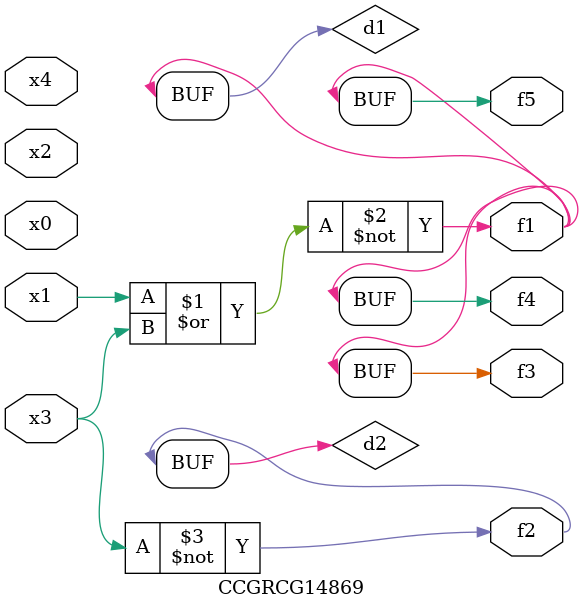
<source format=v>
module CCGRCG14869(
	input x0, x1, x2, x3, x4,
	output f1, f2, f3, f4, f5
);

	wire d1, d2;

	nor (d1, x1, x3);
	not (d2, x3);
	assign f1 = d1;
	assign f2 = d2;
	assign f3 = d1;
	assign f4 = d1;
	assign f5 = d1;
endmodule

</source>
